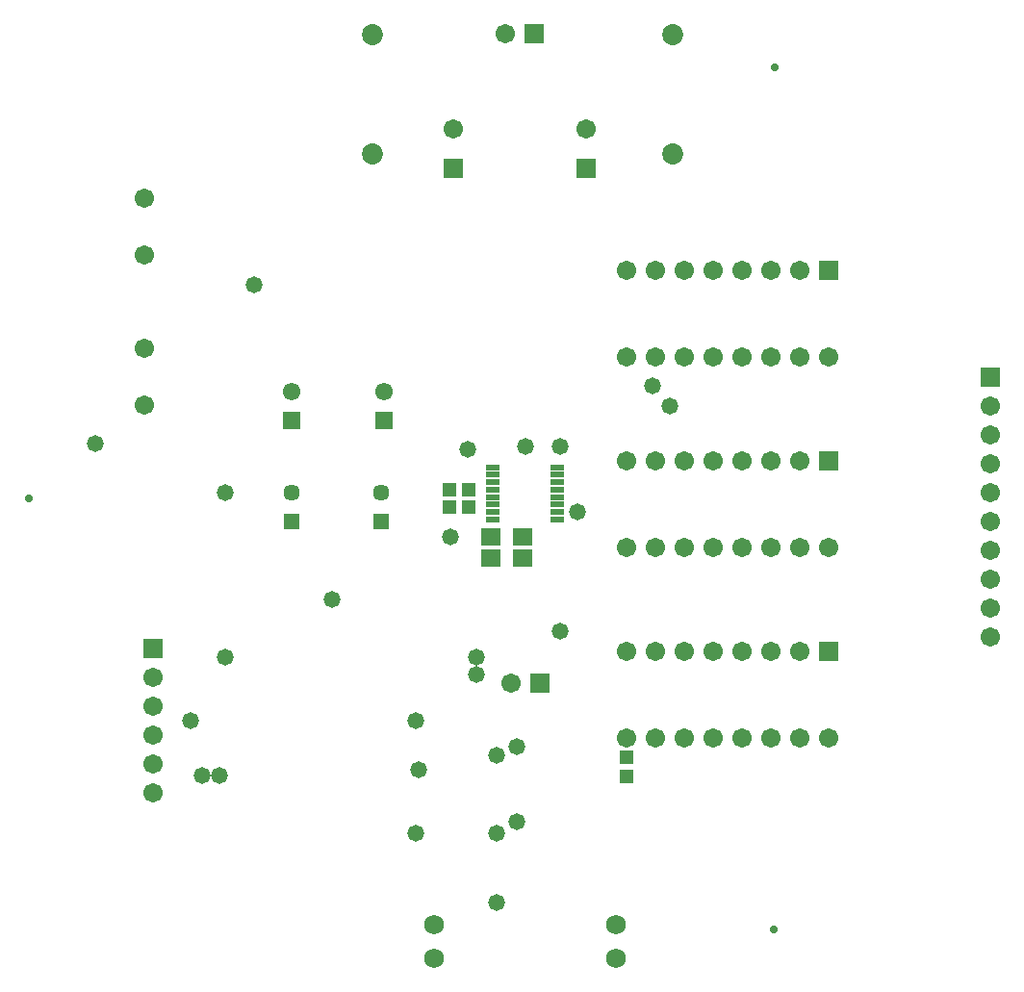
<source format=gbs>
%FSDAX23Y23*%
%MOIN*%
%SFA1B1*%

%IPPOS*%
%ADD47R,0.047400X0.051300*%
%ADD48R,0.067100X0.059200*%
%ADD50R,0.051300X0.047400*%
%ADD60C,0.068000*%
%ADD61C,0.067100*%
%ADD62R,0.067100X0.067100*%
%ADD63C,0.028600*%
%ADD64R,0.067100X0.067100*%
%ADD65C,0.067100*%
%ADD66R,0.067100X0.067100*%
%ADD67R,0.061100X0.061100*%
%ADD68C,0.061100*%
%ADD69C,0.057200*%
%ADD70R,0.057200X0.057200*%
%ADD71C,0.073000*%
%ADD72C,0.058000*%
%ADD73R,0.047400X0.021800*%
%LNde-160516-1*%
%LPD*%
G54D47*
X03940Y02366D03*
Y02433D03*
G54D48*
X03580Y03122D03*
Y03197D03*
X03470Y03122D03*
Y03197D03*
G54D50*
X03393Y03300D03*
X03326D03*
X03393Y03360D03*
X03326D03*
G54D60*
X03905Y01853D03*
Y01735D03*
X03275Y01853D03*
Y01735D03*
G54D61*
X03540Y02690D03*
X02300Y02310D03*
Y02410D03*
Y02510D03*
Y02610D03*
Y02710D03*
X05200Y03650D03*
Y03450D03*
Y03350D03*
Y03250D03*
Y03150D03*
Y03050D03*
Y02950D03*
Y02850D03*
Y03550D03*
X03340Y04608D03*
X03520Y04940D03*
X02270Y03848D03*
Y03651D03*
Y04368D03*
Y04171D03*
X03800Y04608D03*
G54D62*
X03640Y02690D03*
X03620Y04940D03*
G54D63*
X04452Y04822D03*
X04450Y01835D03*
X01869Y03330D03*
G54D64*
X04640Y02800D03*
Y03460D03*
Y04120D03*
G54D65*
X04540Y02800D03*
X04440D03*
X04340D03*
X04240D03*
X04140D03*
X04040D03*
X03940D03*
X04640Y02500D03*
X04540D03*
X04440D03*
X04340D03*
X04240D03*
X04140D03*
X04040D03*
X03940D03*
X04540Y03460D03*
X04440D03*
X04340D03*
X04240D03*
X04140D03*
X04040D03*
X03940D03*
X04640Y03160D03*
X04540D03*
X04440D03*
X04340D03*
X04240D03*
X04140D03*
X04040D03*
X03940D03*
X04540Y04120D03*
X04440D03*
X04340D03*
X04240D03*
X04140D03*
X04040D03*
X03940D03*
X04640Y03820D03*
X04540D03*
X04440D03*
X04340D03*
X04240D03*
X04140D03*
X04040D03*
X03940D03*
G54D66*
X02300Y02810D03*
X05200Y03750D03*
X03340Y04471D03*
X03800D03*
G54D67*
X03100Y03600D03*
X02780D03*
G54D68*
X03100Y03699D03*
X02780D03*
G54D69*
X02780Y03349D03*
X03090D03*
G54D70*
X02780Y03250D03*
X03090D03*
G54D71*
X03060Y04937D03*
Y04522D03*
X04100Y04937D03*
Y04522D03*
G54D72*
X02920Y02980D03*
X02650Y04070D03*
X02100Y03520D03*
X03710Y02870D03*
X03210Y02560D03*
X03220Y02390D03*
X02550Y02780D03*
Y03350D03*
X04090Y03650D03*
X04030Y03720D03*
X03390Y03500D03*
X03330Y03197D03*
X02430Y02560D03*
X02470Y02370D03*
X02530D03*
X03560Y02470D03*
X03490Y02440D03*
X03770Y03283D03*
X03490Y01930D03*
X03560Y02210D03*
X03490Y02170D03*
X03210D03*
X03420Y02720D03*
Y02780D03*
X03710Y03510D03*
X03590D03*
G54D73*
X03476Y03257D03*
Y03283D03*
Y03309D03*
Y03334D03*
Y03360D03*
Y03385D03*
Y03411D03*
Y03437D03*
X03701Y03257D03*
Y03283D03*
Y03309D03*
Y03334D03*
Y03360D03*
Y03385D03*
Y03411D03*
Y03437D03*
M02*
</source>
